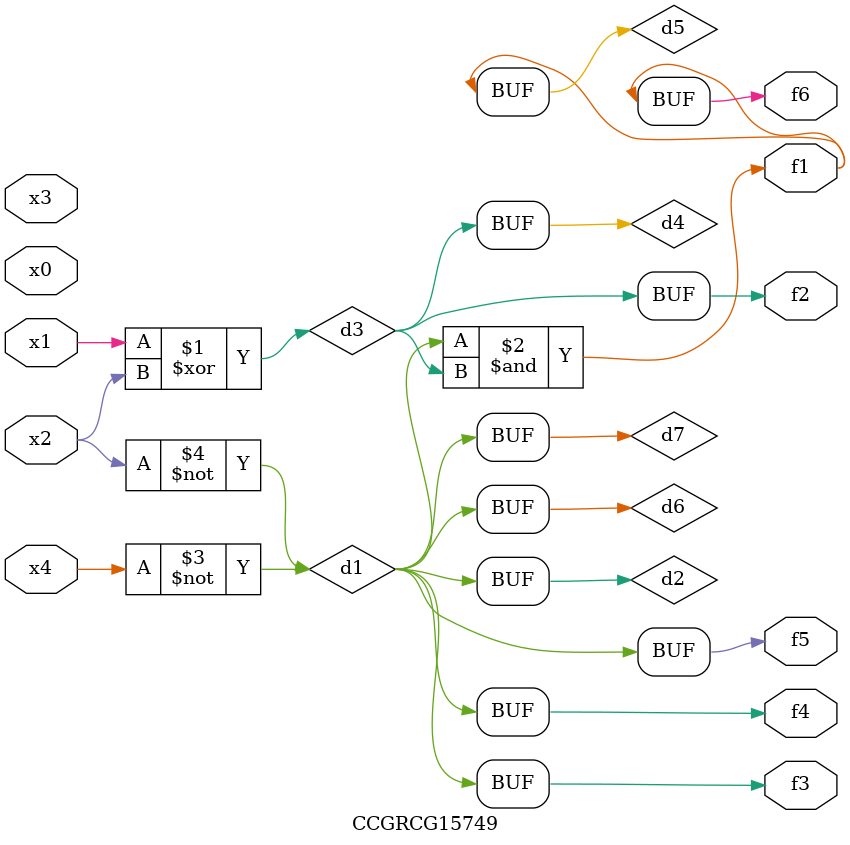
<source format=v>
module CCGRCG15749(
	input x0, x1, x2, x3, x4,
	output f1, f2, f3, f4, f5, f6
);

	wire d1, d2, d3, d4, d5, d6, d7;

	not (d1, x4);
	not (d2, x2);
	xor (d3, x1, x2);
	buf (d4, d3);
	and (d5, d1, d3);
	buf (d6, d1, d2);
	buf (d7, d2);
	assign f1 = d5;
	assign f2 = d4;
	assign f3 = d7;
	assign f4 = d7;
	assign f5 = d7;
	assign f6 = d5;
endmodule

</source>
